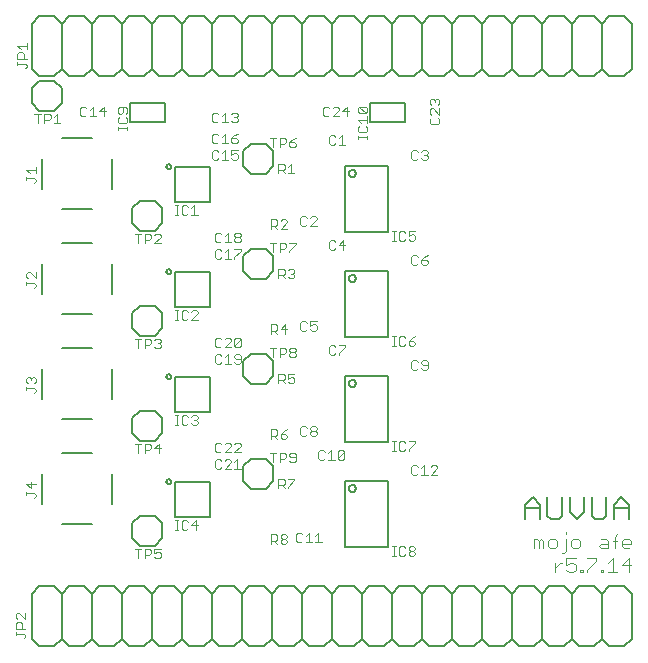
<source format=gto>
G75*
G70*
%OFA0B0*%
%FSLAX24Y24*%
%IPPOS*%
%LPD*%
%AMOC8*
5,1,8,0,0,1.08239X$1,22.5*
%
%ADD10C,0.0060*%
%ADD11C,0.0040*%
%ADD12C,0.0050*%
%ADD13C,0.0030*%
D10*
X001590Y001040D02*
X001590Y002540D01*
X001840Y002790D01*
X002340Y002790D01*
X002590Y002540D01*
X002590Y001040D01*
X002840Y000790D01*
X003340Y000790D01*
X003590Y001040D01*
X003590Y002540D01*
X003840Y002790D01*
X004340Y002790D01*
X004590Y002540D01*
X004590Y001040D01*
X004840Y000790D01*
X005340Y000790D01*
X005590Y001040D01*
X005590Y002540D01*
X005840Y002790D01*
X006340Y002790D01*
X006590Y002540D01*
X006590Y001040D01*
X006840Y000790D01*
X007340Y000790D01*
X007590Y001040D01*
X007590Y002540D01*
X007840Y002790D01*
X008340Y002790D01*
X008590Y002540D01*
X008590Y001040D01*
X008340Y000790D01*
X007840Y000790D01*
X007590Y001040D01*
X008590Y001040D02*
X008840Y000790D01*
X009340Y000790D01*
X009590Y001040D01*
X009590Y002540D01*
X009840Y002790D01*
X010340Y002790D01*
X010590Y002540D01*
X010590Y001040D01*
X010340Y000790D01*
X009840Y000790D01*
X009590Y001040D01*
X010590Y001040D02*
X010840Y000790D01*
X011340Y000790D01*
X011590Y001040D01*
X011590Y002540D01*
X011840Y002790D01*
X012340Y002790D01*
X012590Y002540D01*
X012590Y001040D01*
X012340Y000790D01*
X011840Y000790D01*
X011590Y001040D01*
X012590Y001040D02*
X012840Y000790D01*
X013340Y000790D01*
X013590Y001040D01*
X013590Y002540D01*
X013840Y002790D01*
X014340Y002790D01*
X014590Y002540D01*
X014590Y001040D01*
X014340Y000790D01*
X013840Y000790D01*
X013590Y001040D01*
X014590Y001040D02*
X014840Y000790D01*
X015340Y000790D01*
X015590Y001040D01*
X015590Y002540D01*
X015840Y002790D01*
X016340Y002790D01*
X016590Y002540D01*
X016590Y001040D01*
X016340Y000790D01*
X015840Y000790D01*
X015590Y001040D01*
X016590Y001040D02*
X016840Y000790D01*
X017340Y000790D01*
X017590Y001040D01*
X017590Y002540D01*
X017840Y002790D01*
X018340Y002790D01*
X018590Y002540D01*
X018590Y001040D01*
X018340Y000790D01*
X017840Y000790D01*
X017590Y001040D01*
X018590Y001040D02*
X018840Y000790D01*
X019340Y000790D01*
X019590Y001040D01*
X019590Y002540D01*
X019840Y002790D01*
X020340Y002790D01*
X020590Y002540D01*
X020840Y002790D01*
X021340Y002790D01*
X021590Y002540D01*
X021590Y001040D01*
X021340Y000790D01*
X020840Y000790D01*
X020590Y001040D01*
X020590Y002540D01*
X019590Y002540D02*
X019340Y002790D01*
X018840Y002790D01*
X018590Y002540D01*
X017590Y002540D02*
X017340Y002790D01*
X016840Y002790D01*
X016590Y002540D01*
X015590Y002540D02*
X015340Y002790D01*
X014840Y002790D01*
X014590Y002540D01*
X013590Y002540D02*
X013340Y002790D01*
X012840Y002790D01*
X012590Y002540D01*
X011590Y002540D02*
X011340Y002790D01*
X010840Y002790D01*
X010590Y002540D01*
X009590Y002540D02*
X009340Y002790D01*
X008840Y002790D01*
X008590Y002540D01*
X007590Y002540D02*
X007340Y002790D01*
X006840Y002790D01*
X006590Y002540D01*
X005590Y002540D02*
X005340Y002790D01*
X004840Y002790D01*
X004590Y002540D01*
X003590Y002540D02*
X003340Y002790D01*
X002840Y002790D01*
X002590Y002540D01*
X002590Y001040D02*
X002340Y000790D01*
X001840Y000790D01*
X001590Y001040D01*
X003590Y001040D02*
X003840Y000790D01*
X004340Y000790D01*
X004590Y001040D01*
X005590Y001040D02*
X005840Y000790D01*
X006340Y000790D01*
X006590Y001040D01*
X005690Y004140D02*
X005190Y004140D01*
X004940Y004390D01*
X004940Y004890D01*
X005190Y005140D01*
X005690Y005140D01*
X005940Y004890D01*
X005940Y004390D01*
X005690Y004140D01*
X008640Y006290D02*
X008890Y006040D01*
X009390Y006040D01*
X009640Y006290D01*
X009640Y006790D01*
X009390Y007040D01*
X008890Y007040D01*
X008640Y006790D01*
X008640Y006290D01*
X005940Y007890D02*
X005690Y007640D01*
X005190Y007640D01*
X004940Y007890D01*
X004940Y008390D01*
X005190Y008640D01*
X005690Y008640D01*
X005940Y008390D01*
X005940Y007890D01*
X008640Y009790D02*
X008890Y009540D01*
X009390Y009540D01*
X009640Y009790D01*
X009640Y010290D01*
X009390Y010540D01*
X008890Y010540D01*
X008640Y010290D01*
X008640Y009790D01*
X005940Y011390D02*
X005690Y011140D01*
X005190Y011140D01*
X004940Y011390D01*
X004940Y011890D01*
X005190Y012140D01*
X005690Y012140D01*
X005940Y011890D01*
X005940Y011390D01*
X008640Y013290D02*
X008640Y013790D01*
X008890Y014040D01*
X009390Y014040D01*
X009640Y013790D01*
X009640Y013290D01*
X009390Y013040D01*
X008890Y013040D01*
X008640Y013290D01*
X005940Y014890D02*
X005690Y014640D01*
X005190Y014640D01*
X004940Y014890D01*
X004940Y015390D01*
X005190Y015640D01*
X005690Y015640D01*
X005940Y015390D01*
X005940Y014890D01*
X008640Y016790D02*
X008890Y016540D01*
X009390Y016540D01*
X009640Y016790D01*
X009640Y017290D01*
X009390Y017540D01*
X008890Y017540D01*
X008640Y017290D01*
X008640Y016790D01*
X008840Y019790D02*
X008590Y020040D01*
X008590Y021540D01*
X008840Y021790D01*
X009340Y021790D01*
X009590Y021540D01*
X009590Y020040D01*
X009340Y019790D01*
X008840Y019790D01*
X008590Y020040D02*
X008340Y019790D01*
X007840Y019790D01*
X007590Y020040D01*
X007590Y021540D01*
X007840Y021790D01*
X008340Y021790D01*
X008590Y021540D01*
X007590Y021540D02*
X007340Y021790D01*
X006840Y021790D01*
X006590Y021540D01*
X006590Y020040D01*
X006840Y019790D01*
X007340Y019790D01*
X007590Y020040D01*
X006590Y020040D02*
X006340Y019790D01*
X005840Y019790D01*
X005590Y020040D01*
X005590Y021540D01*
X005840Y021790D01*
X006340Y021790D01*
X006590Y021540D01*
X005590Y021540D02*
X005340Y021790D01*
X004840Y021790D01*
X004590Y021540D01*
X004590Y020040D01*
X004840Y019790D01*
X005340Y019790D01*
X005590Y020040D01*
X004590Y020040D02*
X004340Y019790D01*
X003840Y019790D01*
X003590Y020040D01*
X003590Y021540D01*
X003840Y021790D01*
X004340Y021790D01*
X004590Y021540D01*
X003590Y021540D02*
X003340Y021790D01*
X002840Y021790D01*
X002590Y021540D01*
X002590Y020040D01*
X002840Y019790D01*
X003340Y019790D01*
X003590Y020040D01*
X002590Y020040D02*
X002340Y019790D01*
X001840Y019790D01*
X001590Y020040D01*
X001590Y021540D01*
X001840Y021790D01*
X002340Y021790D01*
X002590Y021540D01*
X002340Y019640D02*
X001840Y019640D01*
X001590Y019390D01*
X001590Y018890D01*
X001840Y018640D01*
X002340Y018640D01*
X002590Y018890D01*
X002590Y019390D01*
X002340Y019640D01*
X009590Y020040D02*
X009840Y019790D01*
X010340Y019790D01*
X010590Y020040D01*
X010590Y021540D01*
X010840Y021790D01*
X011340Y021790D01*
X011590Y021540D01*
X011590Y020040D01*
X011340Y019790D01*
X010840Y019790D01*
X010590Y020040D01*
X011590Y020040D02*
X011840Y019790D01*
X012340Y019790D01*
X012590Y020040D01*
X012590Y021540D01*
X012840Y021790D01*
X013340Y021790D01*
X013590Y021540D01*
X013590Y020040D01*
X013340Y019790D01*
X012840Y019790D01*
X012590Y020040D01*
X013590Y020040D02*
X013840Y019790D01*
X014340Y019790D01*
X014590Y020040D01*
X014590Y021540D01*
X014840Y021790D01*
X015340Y021790D01*
X015590Y021540D01*
X015590Y020040D01*
X015340Y019790D01*
X014840Y019790D01*
X014590Y020040D01*
X015590Y020040D02*
X015840Y019790D01*
X016340Y019790D01*
X016590Y020040D01*
X016590Y021540D01*
X016840Y021790D01*
X017340Y021790D01*
X017590Y021540D01*
X017590Y020040D01*
X017340Y019790D01*
X016840Y019790D01*
X016590Y020040D01*
X017590Y020040D02*
X017840Y019790D01*
X018340Y019790D01*
X018590Y020040D01*
X018590Y021540D01*
X018840Y021790D01*
X019340Y021790D01*
X019590Y021540D01*
X019590Y020040D01*
X019340Y019790D01*
X018840Y019790D01*
X018590Y020040D01*
X019590Y020040D02*
X019840Y019790D01*
X020340Y019790D01*
X020590Y020040D01*
X020840Y019790D01*
X021340Y019790D01*
X021590Y020040D01*
X021590Y021540D01*
X021340Y021790D01*
X020840Y021790D01*
X020590Y021540D01*
X020590Y020040D01*
X020590Y021540D02*
X020340Y021790D01*
X019840Y021790D01*
X019590Y021540D01*
X018590Y021540D02*
X018340Y021790D01*
X017840Y021790D01*
X017590Y021540D01*
X016590Y021540D02*
X016340Y021790D01*
X015840Y021790D01*
X015590Y021540D01*
X014590Y021540D02*
X014340Y021790D01*
X013840Y021790D01*
X013590Y021540D01*
X012590Y021540D02*
X012340Y021790D01*
X011840Y021790D01*
X011590Y021540D01*
X010590Y021540D02*
X010340Y021790D01*
X009840Y021790D01*
X009590Y021540D01*
X018284Y005761D02*
X018531Y005514D01*
X018531Y005020D01*
X018773Y005143D02*
X018897Y005020D01*
X019144Y005020D01*
X019267Y005143D01*
X019267Y005761D01*
X019510Y005761D02*
X019510Y005267D01*
X019757Y005020D01*
X020004Y005267D01*
X020004Y005761D01*
X020247Y005761D02*
X020247Y005143D01*
X020370Y005020D01*
X020617Y005020D01*
X020740Y005143D01*
X020740Y005761D01*
X020983Y005514D02*
X021230Y005761D01*
X021477Y005514D01*
X021477Y005020D01*
X021477Y005390D02*
X020983Y005390D01*
X020983Y005514D02*
X020983Y005020D01*
X018773Y005143D02*
X018773Y005761D01*
X018531Y005390D02*
X018037Y005390D01*
X018037Y005514D02*
X018037Y005020D01*
X018037Y005514D02*
X018284Y005761D01*
X019590Y001040D02*
X019840Y000790D01*
X020340Y000790D01*
X020590Y001040D01*
D11*
X020636Y003260D02*
X020559Y003260D01*
X020559Y003337D01*
X020636Y003337D01*
X020636Y003260D01*
X020789Y003260D02*
X021096Y003260D01*
X020943Y003260D02*
X020943Y003720D01*
X020789Y003567D01*
X020406Y003644D02*
X020099Y003337D01*
X020099Y003260D01*
X019945Y003260D02*
X019868Y003260D01*
X019868Y003337D01*
X019945Y003337D01*
X019945Y003260D01*
X019715Y003337D02*
X019715Y003490D01*
X019638Y003567D01*
X019561Y003567D01*
X019408Y003490D01*
X019408Y003720D01*
X019715Y003720D01*
X019408Y003983D02*
X019408Y004367D01*
X019408Y004520D02*
X019408Y004597D01*
X019638Y004367D02*
X019561Y004290D01*
X019561Y004137D01*
X019638Y004060D01*
X019792Y004060D01*
X019868Y004137D01*
X019868Y004290D01*
X019792Y004367D01*
X019638Y004367D01*
X019408Y003983D02*
X019331Y003907D01*
X019255Y003907D01*
X019101Y004137D02*
X019101Y004290D01*
X019024Y004367D01*
X018871Y004367D01*
X018794Y004290D01*
X018794Y004137D01*
X018871Y004060D01*
X019024Y004060D01*
X019101Y004137D01*
X018641Y004060D02*
X018641Y004290D01*
X018564Y004367D01*
X018487Y004290D01*
X018487Y004060D01*
X018334Y004060D02*
X018334Y004367D01*
X018411Y004367D01*
X018487Y004290D01*
X019024Y003567D02*
X019024Y003260D01*
X019024Y003413D02*
X019178Y003567D01*
X019255Y003567D01*
X019408Y003337D02*
X019485Y003260D01*
X019638Y003260D01*
X019715Y003337D01*
X020099Y003720D02*
X020406Y003720D01*
X020406Y003644D01*
X020559Y004060D02*
X020482Y004137D01*
X020559Y004213D01*
X020789Y004213D01*
X020789Y004290D02*
X020789Y004060D01*
X020559Y004060D01*
X020559Y004367D02*
X020712Y004367D01*
X020789Y004290D01*
X020943Y004290D02*
X021096Y004290D01*
X021250Y004290D02*
X021250Y004137D01*
X021326Y004060D01*
X021480Y004060D01*
X021557Y004213D02*
X021250Y004213D01*
X021250Y004290D02*
X021326Y004367D01*
X021480Y004367D01*
X021557Y004290D01*
X021557Y004213D01*
X021480Y003720D02*
X021250Y003490D01*
X021557Y003490D01*
X021480Y003260D02*
X021480Y003720D01*
X021019Y004060D02*
X021019Y004444D01*
X021096Y004520D01*
D12*
X013449Y004088D02*
X013449Y006292D01*
X012031Y006292D01*
X012031Y004088D01*
X013449Y004088D01*
X012150Y006056D02*
X012152Y006077D01*
X012158Y006097D01*
X012167Y006117D01*
X012179Y006134D01*
X012194Y006148D01*
X012212Y006160D01*
X012232Y006168D01*
X012252Y006173D01*
X012273Y006174D01*
X012294Y006171D01*
X012314Y006165D01*
X012333Y006154D01*
X012350Y006141D01*
X012363Y006125D01*
X012374Y006107D01*
X012382Y006087D01*
X012386Y006067D01*
X012386Y006045D01*
X012382Y006025D01*
X012374Y006005D01*
X012363Y005987D01*
X012350Y005971D01*
X012333Y005958D01*
X012314Y005947D01*
X012294Y005941D01*
X012273Y005938D01*
X012252Y005939D01*
X012232Y005944D01*
X012212Y005952D01*
X012194Y005964D01*
X012179Y005978D01*
X012167Y005995D01*
X012158Y006015D01*
X012152Y006035D01*
X012150Y006056D01*
X012031Y007588D02*
X013449Y007588D01*
X013449Y009792D01*
X012031Y009792D01*
X012031Y007588D01*
X012150Y009556D02*
X012152Y009577D01*
X012158Y009597D01*
X012167Y009617D01*
X012179Y009634D01*
X012194Y009648D01*
X012212Y009660D01*
X012232Y009668D01*
X012252Y009673D01*
X012273Y009674D01*
X012294Y009671D01*
X012314Y009665D01*
X012333Y009654D01*
X012350Y009641D01*
X012363Y009625D01*
X012374Y009607D01*
X012382Y009587D01*
X012386Y009567D01*
X012386Y009545D01*
X012382Y009525D01*
X012374Y009505D01*
X012363Y009487D01*
X012350Y009471D01*
X012333Y009458D01*
X012314Y009447D01*
X012294Y009441D01*
X012273Y009438D01*
X012252Y009439D01*
X012232Y009444D01*
X012212Y009452D01*
X012194Y009464D01*
X012179Y009478D01*
X012167Y009495D01*
X012158Y009515D01*
X012152Y009535D01*
X012150Y009556D01*
X012031Y011088D02*
X013449Y011088D01*
X013449Y013292D01*
X012031Y013292D01*
X012031Y011088D01*
X012150Y013056D02*
X012152Y013077D01*
X012158Y013097D01*
X012167Y013117D01*
X012179Y013134D01*
X012194Y013148D01*
X012212Y013160D01*
X012232Y013168D01*
X012252Y013173D01*
X012273Y013174D01*
X012294Y013171D01*
X012314Y013165D01*
X012333Y013154D01*
X012350Y013141D01*
X012363Y013125D01*
X012374Y013107D01*
X012382Y013087D01*
X012386Y013067D01*
X012386Y013045D01*
X012382Y013025D01*
X012374Y013005D01*
X012363Y012987D01*
X012350Y012971D01*
X012333Y012958D01*
X012314Y012947D01*
X012294Y012941D01*
X012273Y012938D01*
X012252Y012939D01*
X012232Y012944D01*
X012212Y012952D01*
X012194Y012964D01*
X012179Y012978D01*
X012167Y012995D01*
X012158Y013015D01*
X012152Y013035D01*
X012150Y013056D01*
X012031Y014588D02*
X013449Y014588D01*
X013449Y016792D01*
X012031Y016792D01*
X012031Y014588D01*
X012150Y016556D02*
X012152Y016577D01*
X012158Y016597D01*
X012167Y016617D01*
X012179Y016634D01*
X012194Y016648D01*
X012212Y016660D01*
X012232Y016668D01*
X012252Y016673D01*
X012273Y016674D01*
X012294Y016671D01*
X012314Y016665D01*
X012333Y016654D01*
X012350Y016641D01*
X012363Y016625D01*
X012374Y016607D01*
X012382Y016587D01*
X012386Y016567D01*
X012386Y016545D01*
X012382Y016525D01*
X012374Y016505D01*
X012363Y016487D01*
X012350Y016471D01*
X012333Y016458D01*
X012314Y016447D01*
X012294Y016441D01*
X012273Y016438D01*
X012252Y016439D01*
X012232Y016444D01*
X012212Y016452D01*
X012194Y016464D01*
X012179Y016478D01*
X012167Y016495D01*
X012158Y016515D01*
X012152Y016535D01*
X012150Y016556D01*
X012869Y018275D02*
X012869Y018905D01*
X014011Y018905D01*
X014011Y018275D01*
X012869Y018275D01*
X007531Y016781D02*
X007531Y015599D01*
X006349Y015599D01*
X006349Y016781D01*
X007531Y016781D01*
X006074Y016781D02*
X006076Y016799D01*
X006082Y016815D01*
X006091Y016830D01*
X006104Y016843D01*
X006119Y016852D01*
X006135Y016858D01*
X006153Y016860D01*
X006171Y016858D01*
X006187Y016852D01*
X006202Y016843D01*
X006215Y016830D01*
X006224Y016815D01*
X006230Y016799D01*
X006232Y016781D01*
X006230Y016763D01*
X006224Y016747D01*
X006215Y016732D01*
X006202Y016719D01*
X006187Y016710D01*
X006171Y016704D01*
X006153Y016702D01*
X006135Y016704D01*
X006119Y016710D01*
X006104Y016719D01*
X006091Y016732D01*
X006082Y016747D01*
X006076Y016763D01*
X006074Y016781D01*
X006011Y018275D02*
X004869Y018275D01*
X004869Y018905D01*
X006011Y018905D01*
X006011Y018275D01*
X004270Y017040D02*
X004270Y016040D01*
X003590Y015360D02*
X002590Y015360D01*
X001910Y016040D02*
X001910Y017040D01*
X002590Y017720D02*
X003590Y017720D01*
X003590Y014220D02*
X002590Y014220D01*
X001910Y013540D02*
X001910Y012540D01*
X002590Y011860D02*
X003590Y011860D01*
X004270Y012540D02*
X004270Y013540D01*
X006074Y013281D02*
X006076Y013299D01*
X006082Y013315D01*
X006091Y013330D01*
X006104Y013343D01*
X006119Y013352D01*
X006135Y013358D01*
X006153Y013360D01*
X006171Y013358D01*
X006187Y013352D01*
X006202Y013343D01*
X006215Y013330D01*
X006224Y013315D01*
X006230Y013299D01*
X006232Y013281D01*
X006230Y013263D01*
X006224Y013247D01*
X006215Y013232D01*
X006202Y013219D01*
X006187Y013210D01*
X006171Y013204D01*
X006153Y013202D01*
X006135Y013204D01*
X006119Y013210D01*
X006104Y013219D01*
X006091Y013232D01*
X006082Y013247D01*
X006076Y013263D01*
X006074Y013281D01*
X006349Y013281D02*
X006349Y012099D01*
X007531Y012099D01*
X007531Y013281D01*
X006349Y013281D01*
X003590Y010720D02*
X002590Y010720D01*
X001910Y010040D02*
X001910Y009040D01*
X002590Y008360D02*
X003590Y008360D01*
X004270Y009040D02*
X004270Y010040D01*
X006074Y009781D02*
X006076Y009799D01*
X006082Y009815D01*
X006091Y009830D01*
X006104Y009843D01*
X006119Y009852D01*
X006135Y009858D01*
X006153Y009860D01*
X006171Y009858D01*
X006187Y009852D01*
X006202Y009843D01*
X006215Y009830D01*
X006224Y009815D01*
X006230Y009799D01*
X006232Y009781D01*
X006230Y009763D01*
X006224Y009747D01*
X006215Y009732D01*
X006202Y009719D01*
X006187Y009710D01*
X006171Y009704D01*
X006153Y009702D01*
X006135Y009704D01*
X006119Y009710D01*
X006104Y009719D01*
X006091Y009732D01*
X006082Y009747D01*
X006076Y009763D01*
X006074Y009781D01*
X006349Y009781D02*
X006349Y008599D01*
X007531Y008599D01*
X007531Y009781D01*
X006349Y009781D01*
X003590Y007220D02*
X002590Y007220D01*
X001910Y006540D02*
X001910Y005540D01*
X002590Y004860D02*
X003590Y004860D01*
X004270Y005540D02*
X004270Y006540D01*
X006074Y006281D02*
X006076Y006299D01*
X006082Y006315D01*
X006091Y006330D01*
X006104Y006343D01*
X006119Y006352D01*
X006135Y006358D01*
X006153Y006360D01*
X006171Y006358D01*
X006187Y006352D01*
X006202Y006343D01*
X006215Y006330D01*
X006224Y006315D01*
X006230Y006299D01*
X006232Y006281D01*
X006230Y006263D01*
X006224Y006247D01*
X006215Y006232D01*
X006202Y006219D01*
X006187Y006210D01*
X006171Y006204D01*
X006153Y006202D01*
X006135Y006204D01*
X006119Y006210D01*
X006104Y006219D01*
X006091Y006232D01*
X006082Y006247D01*
X006076Y006263D01*
X006074Y006281D01*
X006349Y006281D02*
X006349Y005099D01*
X007531Y005099D01*
X007531Y006281D01*
X006349Y006281D01*
D13*
X001055Y001269D02*
X001055Y001162D01*
X001055Y001215D02*
X001322Y001215D01*
X001375Y001162D01*
X001375Y001108D01*
X001322Y001055D01*
X001375Y001377D02*
X001055Y001377D01*
X001055Y001537D01*
X001108Y001591D01*
X001215Y001591D01*
X001268Y001537D01*
X001268Y001377D01*
X001375Y001700D02*
X001161Y001913D01*
X001108Y001913D01*
X001055Y001860D01*
X001055Y001753D01*
X001108Y001700D01*
X001375Y001700D02*
X001375Y001913D01*
X005132Y003725D02*
X005132Y004045D01*
X005025Y004045D02*
X005239Y004045D01*
X005347Y004045D02*
X005347Y003725D01*
X005347Y003832D02*
X005507Y003832D01*
X005561Y003885D01*
X005561Y003992D01*
X005507Y004045D01*
X005347Y004045D01*
X005670Y004045D02*
X005670Y003885D01*
X005776Y003939D01*
X005830Y003939D01*
X005883Y003885D01*
X005883Y003778D01*
X005830Y003725D01*
X005723Y003725D01*
X005670Y003778D01*
X005670Y004045D02*
X005883Y004045D01*
X006364Y004674D02*
X006471Y004674D01*
X006418Y004674D02*
X006418Y004995D01*
X006471Y004995D02*
X006364Y004995D01*
X006579Y004941D02*
X006579Y004728D01*
X006633Y004674D01*
X006739Y004674D01*
X006793Y004728D01*
X006902Y004834D02*
X007115Y004834D01*
X007062Y004674D02*
X007062Y004995D01*
X006902Y004834D01*
X006793Y004941D02*
X006739Y004995D01*
X006633Y004995D01*
X006579Y004941D01*
X007743Y006711D02*
X007850Y006711D01*
X007904Y006764D01*
X008012Y006711D02*
X008226Y006924D01*
X008226Y006978D01*
X008172Y007031D01*
X008066Y007031D01*
X008012Y006978D01*
X007904Y006978D02*
X007850Y007031D01*
X007743Y007031D01*
X007690Y006978D01*
X007690Y006764D01*
X007743Y006711D01*
X008012Y006711D02*
X008226Y006711D01*
X008335Y006711D02*
X008548Y006711D01*
X008441Y006711D02*
X008441Y007031D01*
X008335Y006924D01*
X008335Y007261D02*
X008548Y007474D01*
X008548Y007528D01*
X008495Y007581D01*
X008388Y007581D01*
X008335Y007528D01*
X008226Y007528D02*
X008172Y007581D01*
X008066Y007581D01*
X008012Y007528D01*
X007904Y007528D02*
X007850Y007581D01*
X007743Y007581D01*
X007690Y007528D01*
X007690Y007314D01*
X007743Y007261D01*
X007850Y007261D01*
X007904Y007314D01*
X008012Y007261D02*
X008226Y007474D01*
X008226Y007528D01*
X008226Y007261D02*
X008012Y007261D01*
X008335Y007261D02*
X008548Y007261D01*
X009525Y007245D02*
X009739Y007245D01*
X009632Y007245D02*
X009632Y006925D01*
X009847Y006925D02*
X009847Y007245D01*
X010007Y007245D01*
X010061Y007192D01*
X010061Y007085D01*
X010007Y007032D01*
X009847Y007032D01*
X010170Y006978D02*
X010223Y006925D01*
X010330Y006925D01*
X010383Y006978D01*
X010383Y007192D01*
X010330Y007245D01*
X010223Y007245D01*
X010170Y007192D01*
X010170Y007139D01*
X010223Y007085D01*
X010383Y007085D01*
X010037Y007705D02*
X010091Y007758D01*
X010091Y007812D01*
X010037Y007865D01*
X009877Y007865D01*
X009877Y007758D01*
X009931Y007705D01*
X010037Y007705D01*
X009877Y007865D02*
X009984Y007972D01*
X010091Y008025D01*
X009769Y007972D02*
X009769Y007865D01*
X009715Y007812D01*
X009555Y007812D01*
X009662Y007812D02*
X009769Y007705D01*
X009555Y007705D02*
X009555Y008025D01*
X009715Y008025D01*
X009769Y007972D01*
X010540Y008078D02*
X010540Y007864D01*
X010593Y007811D01*
X010700Y007811D01*
X010754Y007864D01*
X010862Y007864D02*
X010862Y007918D01*
X010916Y007971D01*
X011022Y007971D01*
X011076Y007918D01*
X011076Y007864D01*
X011022Y007811D01*
X010916Y007811D01*
X010862Y007864D01*
X010916Y007971D02*
X010862Y008024D01*
X010862Y008078D01*
X010916Y008131D01*
X011022Y008131D01*
X011076Y008078D01*
X011076Y008024D01*
X011022Y007971D01*
X010754Y008078D02*
X010700Y008131D01*
X010593Y008131D01*
X010540Y008078D01*
X011193Y007331D02*
X011140Y007278D01*
X011140Y007064D01*
X011193Y007011D01*
X011300Y007011D01*
X011354Y007064D01*
X011462Y007011D02*
X011676Y007011D01*
X011569Y007011D02*
X011569Y007331D01*
X011462Y007224D01*
X011354Y007278D02*
X011300Y007331D01*
X011193Y007331D01*
X011785Y007278D02*
X011785Y007064D01*
X011998Y007278D01*
X011998Y007064D01*
X011945Y007011D01*
X011838Y007011D01*
X011785Y007064D01*
X011785Y007278D02*
X011838Y007331D01*
X011945Y007331D01*
X011998Y007278D01*
X013605Y007305D02*
X013712Y007305D01*
X013658Y007305D02*
X013658Y007625D01*
X013605Y007625D02*
X013712Y007625D01*
X013820Y007572D02*
X013820Y007358D01*
X013873Y007305D01*
X013980Y007305D01*
X014033Y007358D01*
X014142Y007358D02*
X014142Y007305D01*
X014142Y007358D02*
X014356Y007572D01*
X014356Y007625D01*
X014142Y007625D01*
X014033Y007572D02*
X013980Y007625D01*
X013873Y007625D01*
X013820Y007572D01*
X014293Y006831D02*
X014240Y006778D01*
X014240Y006564D01*
X014293Y006511D01*
X014400Y006511D01*
X014454Y006564D01*
X014562Y006511D02*
X014776Y006511D01*
X014669Y006511D02*
X014669Y006831D01*
X014562Y006724D01*
X014454Y006778D02*
X014400Y006831D01*
X014293Y006831D01*
X014885Y006778D02*
X014938Y006831D01*
X015045Y006831D01*
X015098Y006778D01*
X015098Y006724D01*
X014885Y006511D01*
X015098Y006511D01*
X014302Y004125D02*
X014356Y004072D01*
X014356Y004019D01*
X014302Y003965D01*
X014196Y003965D01*
X014142Y004019D01*
X014142Y004072D01*
X014196Y004125D01*
X014302Y004125D01*
X014302Y003965D02*
X014356Y003912D01*
X014356Y003858D01*
X014302Y003805D01*
X014196Y003805D01*
X014142Y003858D01*
X014142Y003912D01*
X014196Y003965D01*
X014033Y003858D02*
X013980Y003805D01*
X013873Y003805D01*
X013820Y003858D01*
X013820Y004072D01*
X013873Y004125D01*
X013980Y004125D01*
X014033Y004072D01*
X013712Y004125D02*
X013605Y004125D01*
X013658Y004125D02*
X013658Y003805D01*
X013605Y003805D02*
X013712Y003805D01*
X011248Y004261D02*
X011035Y004261D01*
X011141Y004261D02*
X011141Y004581D01*
X011035Y004474D01*
X010926Y004261D02*
X010712Y004261D01*
X010819Y004261D02*
X010819Y004581D01*
X010712Y004474D01*
X010604Y004528D02*
X010550Y004581D01*
X010443Y004581D01*
X010390Y004528D01*
X010390Y004314D01*
X010443Y004261D01*
X010550Y004261D01*
X010604Y004314D01*
X010091Y004312D02*
X010091Y004258D01*
X010037Y004205D01*
X009931Y004205D01*
X009877Y004258D01*
X009877Y004312D01*
X009931Y004365D01*
X010037Y004365D01*
X010091Y004312D01*
X010037Y004365D02*
X010091Y004419D01*
X010091Y004472D01*
X010037Y004525D01*
X009931Y004525D01*
X009877Y004472D01*
X009877Y004419D01*
X009931Y004365D01*
X009769Y004365D02*
X009715Y004312D01*
X009555Y004312D01*
X009662Y004312D02*
X009769Y004205D01*
X009769Y004365D02*
X009769Y004472D01*
X009715Y004525D01*
X009555Y004525D01*
X009555Y004205D01*
X009805Y006055D02*
X009805Y006375D01*
X009965Y006375D01*
X010019Y006322D01*
X010019Y006215D01*
X009965Y006162D01*
X009805Y006162D01*
X009912Y006162D02*
X010019Y006055D01*
X010127Y006055D02*
X010127Y006108D01*
X010341Y006322D01*
X010341Y006375D01*
X010127Y006375D01*
X007115Y008228D02*
X007062Y008174D01*
X006955Y008174D01*
X006902Y008228D01*
X006793Y008228D02*
X006739Y008174D01*
X006633Y008174D01*
X006579Y008228D01*
X006579Y008441D01*
X006633Y008495D01*
X006739Y008495D01*
X006793Y008441D01*
X006902Y008441D02*
X006955Y008495D01*
X007062Y008495D01*
X007115Y008441D01*
X007115Y008388D01*
X007062Y008334D01*
X007115Y008281D01*
X007115Y008228D01*
X007062Y008334D02*
X007008Y008334D01*
X006471Y008174D02*
X006364Y008174D01*
X006418Y008174D02*
X006418Y008495D01*
X006471Y008495D02*
X006364Y008495D01*
X005830Y007545D02*
X005670Y007385D01*
X005883Y007385D01*
X005830Y007225D02*
X005830Y007545D01*
X005561Y007492D02*
X005561Y007385D01*
X005507Y007332D01*
X005347Y007332D01*
X005347Y007225D02*
X005347Y007545D01*
X005507Y007545D01*
X005561Y007492D01*
X005239Y007545D02*
X005025Y007545D01*
X005132Y007545D02*
X005132Y007225D01*
X007743Y010211D02*
X007850Y010211D01*
X007904Y010264D01*
X008012Y010211D02*
X008226Y010211D01*
X008119Y010211D02*
X008119Y010531D01*
X008012Y010424D01*
X007904Y010478D02*
X007850Y010531D01*
X007743Y010531D01*
X007690Y010478D01*
X007690Y010264D01*
X007743Y010211D01*
X007743Y010761D02*
X007850Y010761D01*
X007904Y010814D01*
X008012Y010761D02*
X008226Y010974D01*
X008226Y011028D01*
X008172Y011081D01*
X008066Y011081D01*
X008012Y011028D01*
X007904Y011028D02*
X007850Y011081D01*
X007743Y011081D01*
X007690Y011028D01*
X007690Y010814D01*
X007743Y010761D01*
X008012Y010761D02*
X008226Y010761D01*
X008335Y010814D02*
X008548Y011028D01*
X008548Y010814D01*
X008495Y010761D01*
X008388Y010761D01*
X008335Y010814D01*
X008335Y011028D01*
X008388Y011081D01*
X008495Y011081D01*
X008548Y011028D01*
X008495Y010531D02*
X008388Y010531D01*
X008335Y010478D01*
X008335Y010424D01*
X008388Y010371D01*
X008548Y010371D01*
X008548Y010264D02*
X008548Y010478D01*
X008495Y010531D01*
X008548Y010264D02*
X008495Y010211D01*
X008388Y010211D01*
X008335Y010264D01*
X009525Y010745D02*
X009739Y010745D01*
X009632Y010745D02*
X009632Y010425D01*
X009847Y010425D02*
X009847Y010745D01*
X010007Y010745D01*
X010061Y010692D01*
X010061Y010585D01*
X010007Y010532D01*
X009847Y010532D01*
X010170Y010532D02*
X010223Y010585D01*
X010330Y010585D01*
X010383Y010532D01*
X010383Y010478D01*
X010330Y010425D01*
X010223Y010425D01*
X010170Y010478D01*
X010170Y010532D01*
X010223Y010585D02*
X010170Y010639D01*
X010170Y010692D01*
X010223Y010745D01*
X010330Y010745D01*
X010383Y010692D01*
X010383Y010639D01*
X010330Y010585D01*
X010037Y011205D02*
X010037Y011525D01*
X009877Y011365D01*
X010091Y011365D01*
X009769Y011365D02*
X009715Y011312D01*
X009555Y011312D01*
X009662Y011312D02*
X009769Y011205D01*
X009769Y011365D02*
X009769Y011472D01*
X009715Y011525D01*
X009555Y011525D01*
X009555Y011205D01*
X010540Y011364D02*
X010593Y011311D01*
X010700Y011311D01*
X010754Y011364D01*
X010862Y011364D02*
X010916Y011311D01*
X011022Y011311D01*
X011076Y011364D01*
X011076Y011471D01*
X011022Y011524D01*
X010969Y011524D01*
X010862Y011471D01*
X010862Y011631D01*
X011076Y011631D01*
X010754Y011578D02*
X010700Y011631D01*
X010593Y011631D01*
X010540Y011578D01*
X010540Y011364D01*
X011490Y010778D02*
X011490Y010564D01*
X011543Y010511D01*
X011650Y010511D01*
X011704Y010564D01*
X011812Y010564D02*
X011812Y010511D01*
X011812Y010564D02*
X012026Y010778D01*
X012026Y010831D01*
X011812Y010831D01*
X011704Y010778D02*
X011650Y010831D01*
X011543Y010831D01*
X011490Y010778D01*
X010341Y009875D02*
X010127Y009875D01*
X010127Y009715D01*
X010234Y009769D01*
X010287Y009769D01*
X010341Y009715D01*
X010341Y009608D01*
X010287Y009555D01*
X010181Y009555D01*
X010127Y009608D01*
X010019Y009555D02*
X009912Y009662D01*
X009965Y009662D02*
X009805Y009662D01*
X009805Y009555D02*
X009805Y009875D01*
X009965Y009875D01*
X010019Y009822D01*
X010019Y009715D01*
X009965Y009662D01*
X007115Y011674D02*
X006902Y011674D01*
X007115Y011888D01*
X007115Y011941D01*
X007062Y011995D01*
X006955Y011995D01*
X006902Y011941D01*
X006793Y011941D02*
X006739Y011995D01*
X006633Y011995D01*
X006579Y011941D01*
X006579Y011728D01*
X006633Y011674D01*
X006739Y011674D01*
X006793Y011728D01*
X006471Y011674D02*
X006364Y011674D01*
X006418Y011674D02*
X006418Y011995D01*
X006471Y011995D02*
X006364Y011995D01*
X005830Y011045D02*
X005883Y010992D01*
X005883Y010939D01*
X005830Y010885D01*
X005883Y010832D01*
X005883Y010778D01*
X005830Y010725D01*
X005723Y010725D01*
X005670Y010778D01*
X005776Y010885D02*
X005830Y010885D01*
X005830Y011045D02*
X005723Y011045D01*
X005670Y010992D01*
X005561Y010992D02*
X005561Y010885D01*
X005507Y010832D01*
X005347Y010832D01*
X005347Y010725D02*
X005347Y011045D01*
X005507Y011045D01*
X005561Y010992D01*
X005239Y011045D02*
X005025Y011045D01*
X005132Y011045D02*
X005132Y010725D01*
X007743Y013711D02*
X007850Y013711D01*
X007904Y013764D01*
X008012Y013711D02*
X008226Y013711D01*
X008119Y013711D02*
X008119Y014031D01*
X008012Y013924D01*
X007904Y013978D02*
X007850Y014031D01*
X007743Y014031D01*
X007690Y013978D01*
X007690Y013764D01*
X007743Y013711D01*
X007743Y014261D02*
X007850Y014261D01*
X007904Y014314D01*
X008012Y014261D02*
X008226Y014261D01*
X008119Y014261D02*
X008119Y014581D01*
X008012Y014474D01*
X007904Y014528D02*
X007850Y014581D01*
X007743Y014581D01*
X007690Y014528D01*
X007690Y014314D01*
X007743Y014261D01*
X008335Y014314D02*
X008335Y014368D01*
X008388Y014421D01*
X008495Y014421D01*
X008548Y014368D01*
X008548Y014314D01*
X008495Y014261D01*
X008388Y014261D01*
X008335Y014314D01*
X008388Y014421D02*
X008335Y014474D01*
X008335Y014528D01*
X008388Y014581D01*
X008495Y014581D01*
X008548Y014528D01*
X008548Y014474D01*
X008495Y014421D01*
X008548Y014031D02*
X008335Y014031D01*
X008548Y014031D02*
X008548Y013978D01*
X008335Y013764D01*
X008335Y013711D01*
X009525Y014245D02*
X009739Y014245D01*
X009632Y014245D02*
X009632Y013925D01*
X009847Y013925D02*
X009847Y014245D01*
X010007Y014245D01*
X010061Y014192D01*
X010061Y014085D01*
X010007Y014032D01*
X009847Y014032D01*
X010170Y013978D02*
X010170Y013925D01*
X010170Y013978D02*
X010383Y014192D01*
X010383Y014245D01*
X010170Y014245D01*
X010091Y014705D02*
X009877Y014705D01*
X010091Y014919D01*
X010091Y014972D01*
X010037Y015025D01*
X009931Y015025D01*
X009877Y014972D01*
X009769Y014972D02*
X009769Y014865D01*
X009715Y014812D01*
X009555Y014812D01*
X009662Y014812D02*
X009769Y014705D01*
X009555Y014705D02*
X009555Y015025D01*
X009715Y015025D01*
X009769Y014972D01*
X010540Y015078D02*
X010540Y014864D01*
X010593Y014811D01*
X010700Y014811D01*
X010754Y014864D01*
X010862Y014811D02*
X011076Y015024D01*
X011076Y015078D01*
X011022Y015131D01*
X010916Y015131D01*
X010862Y015078D01*
X010754Y015078D02*
X010700Y015131D01*
X010593Y015131D01*
X010540Y015078D01*
X010862Y014811D02*
X011076Y014811D01*
X011543Y014331D02*
X011490Y014278D01*
X011490Y014064D01*
X011543Y014011D01*
X011650Y014011D01*
X011704Y014064D01*
X011812Y014171D02*
X012026Y014171D01*
X011972Y014011D02*
X011972Y014331D01*
X011812Y014171D01*
X011704Y014278D02*
X011650Y014331D01*
X011543Y014331D01*
X010341Y013322D02*
X010341Y013269D01*
X010287Y013215D01*
X010341Y013162D01*
X010341Y013108D01*
X010287Y013055D01*
X010181Y013055D01*
X010127Y013108D01*
X010019Y013055D02*
X009912Y013162D01*
X009965Y013162D02*
X009805Y013162D01*
X009805Y013055D02*
X009805Y013375D01*
X009965Y013375D01*
X010019Y013322D01*
X010019Y013215D01*
X009965Y013162D01*
X010127Y013322D02*
X010181Y013375D01*
X010287Y013375D01*
X010341Y013322D01*
X010287Y013215D02*
X010234Y013215D01*
X007115Y015174D02*
X006902Y015174D01*
X007008Y015174D02*
X007008Y015495D01*
X006902Y015388D01*
X006793Y015441D02*
X006739Y015495D01*
X006633Y015495D01*
X006579Y015441D01*
X006579Y015228D01*
X006633Y015174D01*
X006739Y015174D01*
X006793Y015228D01*
X006471Y015174D02*
X006364Y015174D01*
X006418Y015174D02*
X006418Y015495D01*
X006471Y015495D02*
X006364Y015495D01*
X005830Y014545D02*
X005723Y014545D01*
X005670Y014492D01*
X005561Y014492D02*
X005561Y014385D01*
X005507Y014332D01*
X005347Y014332D01*
X005347Y014225D02*
X005347Y014545D01*
X005507Y014545D01*
X005561Y014492D01*
X005830Y014545D02*
X005883Y014492D01*
X005883Y014439D01*
X005670Y014225D01*
X005883Y014225D01*
X005239Y014545D02*
X005025Y014545D01*
X005132Y014545D02*
X005132Y014225D01*
X007643Y017011D02*
X007750Y017011D01*
X007804Y017064D01*
X007912Y017011D02*
X008126Y017011D01*
X008019Y017011D02*
X008019Y017331D01*
X007912Y017224D01*
X007804Y017278D02*
X007750Y017331D01*
X007643Y017331D01*
X007590Y017278D01*
X007590Y017064D01*
X007643Y017011D01*
X007643Y017561D02*
X007750Y017561D01*
X007804Y017614D01*
X007912Y017561D02*
X008126Y017561D01*
X008019Y017561D02*
X008019Y017881D01*
X007912Y017774D01*
X007804Y017828D02*
X007750Y017881D01*
X007643Y017881D01*
X007590Y017828D01*
X007590Y017614D01*
X007643Y017561D01*
X008235Y017614D02*
X008288Y017561D01*
X008395Y017561D01*
X008448Y017614D01*
X008448Y017668D01*
X008395Y017721D01*
X008235Y017721D01*
X008235Y017614D01*
X008235Y017721D02*
X008341Y017828D01*
X008448Y017881D01*
X008395Y018261D02*
X008288Y018261D01*
X008235Y018314D01*
X008126Y018261D02*
X007912Y018261D01*
X008019Y018261D02*
X008019Y018581D01*
X007912Y018474D01*
X007804Y018528D02*
X007750Y018581D01*
X007643Y018581D01*
X007590Y018528D01*
X007590Y018314D01*
X007643Y018261D01*
X007750Y018261D01*
X007804Y018314D01*
X008235Y018528D02*
X008288Y018581D01*
X008395Y018581D01*
X008448Y018528D01*
X008448Y018474D01*
X008395Y018421D01*
X008448Y018368D01*
X008448Y018314D01*
X008395Y018261D01*
X008395Y018421D02*
X008341Y018421D01*
X008235Y017331D02*
X008235Y017171D01*
X008341Y017224D01*
X008395Y017224D01*
X008448Y017171D01*
X008448Y017064D01*
X008395Y017011D01*
X008288Y017011D01*
X008235Y017064D01*
X008235Y017331D02*
X008448Y017331D01*
X009525Y017745D02*
X009739Y017745D01*
X009632Y017745D02*
X009632Y017425D01*
X009847Y017425D02*
X009847Y017745D01*
X010007Y017745D01*
X010061Y017692D01*
X010061Y017585D01*
X010007Y017532D01*
X009847Y017532D01*
X010170Y017585D02*
X010330Y017585D01*
X010383Y017532D01*
X010383Y017478D01*
X010330Y017425D01*
X010223Y017425D01*
X010170Y017478D01*
X010170Y017585D01*
X010276Y017692D01*
X010383Y017745D01*
X010234Y016875D02*
X010234Y016555D01*
X010127Y016555D02*
X010341Y016555D01*
X010127Y016769D02*
X010234Y016875D01*
X010019Y016822D02*
X010019Y016715D01*
X009965Y016662D01*
X009805Y016662D01*
X009912Y016662D02*
X010019Y016555D01*
X009805Y016555D02*
X009805Y016875D01*
X009965Y016875D01*
X010019Y016822D01*
X011490Y017564D02*
X011543Y017511D01*
X011650Y017511D01*
X011704Y017564D01*
X011812Y017511D02*
X012026Y017511D01*
X011919Y017511D02*
X011919Y017831D01*
X011812Y017724D01*
X011704Y017778D02*
X011650Y017831D01*
X011543Y017831D01*
X011490Y017778D01*
X011490Y017564D01*
X011450Y018461D02*
X011343Y018461D01*
X011290Y018514D01*
X011290Y018728D01*
X011343Y018781D01*
X011450Y018781D01*
X011504Y018728D01*
X011612Y018728D02*
X011666Y018781D01*
X011772Y018781D01*
X011826Y018728D01*
X011826Y018674D01*
X011612Y018461D01*
X011826Y018461D01*
X011935Y018621D02*
X012148Y018621D01*
X012095Y018461D02*
X012095Y018781D01*
X011935Y018621D01*
X011504Y018514D02*
X011450Y018461D01*
X012455Y018349D02*
X012775Y018349D01*
X012775Y018242D02*
X012775Y018456D01*
X012722Y018564D02*
X012508Y018564D01*
X012455Y018618D01*
X012455Y018725D01*
X012508Y018778D01*
X012722Y018564D01*
X012775Y018618D01*
X012775Y018725D01*
X012722Y018778D01*
X012508Y018778D01*
X012455Y018349D02*
X012561Y018242D01*
X012508Y018133D02*
X012455Y018080D01*
X012455Y017973D01*
X012508Y017920D01*
X012722Y017920D01*
X012775Y017973D01*
X012775Y018080D01*
X012722Y018133D01*
X012775Y017812D02*
X012775Y017705D01*
X012775Y017758D02*
X012455Y017758D01*
X012455Y017705D02*
X012455Y017812D01*
X014240Y017278D02*
X014240Y017064D01*
X014293Y017011D01*
X014400Y017011D01*
X014454Y017064D01*
X014562Y017064D02*
X014616Y017011D01*
X014722Y017011D01*
X014776Y017064D01*
X014776Y017118D01*
X014722Y017171D01*
X014669Y017171D01*
X014722Y017171D02*
X014776Y017224D01*
X014776Y017278D01*
X014722Y017331D01*
X014616Y017331D01*
X014562Y017278D01*
X014454Y017278D02*
X014400Y017331D01*
X014293Y017331D01*
X014240Y017278D01*
X014902Y018190D02*
X015116Y018190D01*
X015169Y018243D01*
X015169Y018350D01*
X015116Y018404D01*
X015169Y018512D02*
X014956Y018726D01*
X014902Y018726D01*
X014849Y018672D01*
X014849Y018566D01*
X014902Y018512D01*
X014902Y018404D02*
X014849Y018350D01*
X014849Y018243D01*
X014902Y018190D01*
X015169Y018512D02*
X015169Y018726D01*
X015116Y018835D02*
X015169Y018888D01*
X015169Y018995D01*
X015116Y019048D01*
X015062Y019048D01*
X015009Y018995D01*
X015009Y018941D01*
X015009Y018995D02*
X014956Y019048D01*
X014902Y019048D01*
X014849Y018995D01*
X014849Y018888D01*
X014902Y018835D01*
X014356Y014625D02*
X014142Y014625D01*
X014142Y014465D01*
X014249Y014519D01*
X014302Y014519D01*
X014356Y014465D01*
X014356Y014358D01*
X014302Y014305D01*
X014196Y014305D01*
X014142Y014358D01*
X014033Y014358D02*
X013980Y014305D01*
X013873Y014305D01*
X013820Y014358D01*
X013820Y014572D01*
X013873Y014625D01*
X013980Y014625D01*
X014033Y014572D01*
X013712Y014625D02*
X013605Y014625D01*
X013658Y014625D02*
X013658Y014305D01*
X013605Y014305D02*
X013712Y014305D01*
X014240Y013778D02*
X014240Y013564D01*
X014293Y013511D01*
X014400Y013511D01*
X014454Y013564D01*
X014562Y013564D02*
X014616Y013511D01*
X014722Y013511D01*
X014776Y013564D01*
X014776Y013618D01*
X014722Y013671D01*
X014562Y013671D01*
X014562Y013564D01*
X014562Y013671D02*
X014669Y013778D01*
X014776Y013831D01*
X014454Y013778D02*
X014400Y013831D01*
X014293Y013831D01*
X014240Y013778D01*
X014356Y011125D02*
X014249Y011072D01*
X014142Y010965D01*
X014302Y010965D01*
X014356Y010912D01*
X014356Y010858D01*
X014302Y010805D01*
X014196Y010805D01*
X014142Y010858D01*
X014142Y010965D01*
X014033Y010858D02*
X013980Y010805D01*
X013873Y010805D01*
X013820Y010858D01*
X013820Y011072D01*
X013873Y011125D01*
X013980Y011125D01*
X014033Y011072D01*
X013712Y011125D02*
X013605Y011125D01*
X013658Y011125D02*
X013658Y010805D01*
X013605Y010805D02*
X013712Y010805D01*
X014240Y010278D02*
X014240Y010064D01*
X014293Y010011D01*
X014400Y010011D01*
X014454Y010064D01*
X014562Y010064D02*
X014616Y010011D01*
X014722Y010011D01*
X014776Y010064D01*
X014776Y010278D01*
X014722Y010331D01*
X014616Y010331D01*
X014562Y010278D01*
X014562Y010224D01*
X014616Y010171D01*
X014776Y010171D01*
X014454Y010278D02*
X014400Y010331D01*
X014293Y010331D01*
X014240Y010278D01*
X004775Y018005D02*
X004775Y018112D01*
X004775Y018058D02*
X004455Y018058D01*
X004455Y018005D02*
X004455Y018112D01*
X004508Y018220D02*
X004722Y018220D01*
X004775Y018273D01*
X004775Y018380D01*
X004722Y018433D01*
X004722Y018542D02*
X004775Y018596D01*
X004775Y018702D01*
X004722Y018756D01*
X004508Y018756D01*
X004455Y018702D01*
X004455Y018596D01*
X004508Y018542D01*
X004561Y018542D01*
X004615Y018596D01*
X004615Y018756D01*
X004508Y018433D02*
X004455Y018380D01*
X004455Y018273D01*
X004508Y018220D01*
X003995Y018461D02*
X003995Y018781D01*
X003835Y018621D01*
X004048Y018621D01*
X003726Y018461D02*
X003512Y018461D01*
X003619Y018461D02*
X003619Y018781D01*
X003512Y018674D01*
X003404Y018728D02*
X003350Y018781D01*
X003243Y018781D01*
X003190Y018728D01*
X003190Y018514D01*
X003243Y018461D01*
X003350Y018461D01*
X003404Y018514D01*
X002533Y018225D02*
X002320Y018225D01*
X002426Y018225D02*
X002426Y018545D01*
X002320Y018439D01*
X002211Y018492D02*
X002211Y018385D01*
X002157Y018332D01*
X001997Y018332D01*
X001997Y018225D02*
X001997Y018545D01*
X002157Y018545D01*
X002211Y018492D01*
X001889Y018545D02*
X001675Y018545D01*
X001782Y018545D02*
X001782Y018225D01*
X001725Y016769D02*
X001725Y016555D01*
X001725Y016662D02*
X001405Y016662D01*
X001511Y016555D01*
X001405Y016446D02*
X001405Y016339D01*
X001405Y016393D02*
X001672Y016393D01*
X001725Y016339D01*
X001725Y016286D01*
X001672Y016233D01*
X001725Y013269D02*
X001725Y013055D01*
X001511Y013269D01*
X001458Y013269D01*
X001405Y013215D01*
X001405Y013108D01*
X001458Y013055D01*
X001405Y012946D02*
X001405Y012839D01*
X001405Y012893D02*
X001672Y012893D01*
X001725Y012839D01*
X001725Y012786D01*
X001672Y012733D01*
X001672Y009769D02*
X001725Y009715D01*
X001725Y009608D01*
X001672Y009555D01*
X001565Y009662D02*
X001565Y009715D01*
X001618Y009769D01*
X001672Y009769D01*
X001565Y009715D02*
X001511Y009769D01*
X001458Y009769D01*
X001405Y009715D01*
X001405Y009608D01*
X001458Y009555D01*
X001405Y009446D02*
X001405Y009339D01*
X001405Y009393D02*
X001672Y009393D01*
X001725Y009339D01*
X001725Y009286D01*
X001672Y009233D01*
X001565Y006269D02*
X001565Y006055D01*
X001405Y006215D01*
X001725Y006215D01*
X001672Y005893D02*
X001405Y005893D01*
X001405Y005946D02*
X001405Y005839D01*
X001672Y005893D02*
X001725Y005839D01*
X001725Y005786D01*
X001672Y005733D01*
X001372Y020055D02*
X001425Y020108D01*
X001425Y020162D01*
X001372Y020215D01*
X001105Y020215D01*
X001105Y020162D02*
X001105Y020269D01*
X001105Y020377D02*
X001105Y020537D01*
X001158Y020591D01*
X001265Y020591D01*
X001318Y020537D01*
X001318Y020377D01*
X001425Y020377D02*
X001105Y020377D01*
X001211Y020700D02*
X001105Y020806D01*
X001425Y020806D01*
X001425Y020700D02*
X001425Y020913D01*
M02*

</source>
